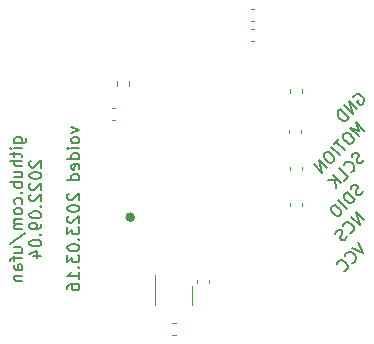
<source format=gbo>
G04 #@! TF.GenerationSoftware,KiCad,Pcbnew,7.0.7*
G04 #@! TF.CreationDate,2024-01-25T12:19:24+08:00*
G04 #@! TF.ProjectId,sensor,73656e73-6f72-42e6-9b69-6361645f7063,rev?*
G04 #@! TF.SameCoordinates,Original*
G04 #@! TF.FileFunction,Legend,Bot*
G04 #@! TF.FilePolarity,Positive*
%FSLAX46Y46*%
G04 Gerber Fmt 4.6, Leading zero omitted, Abs format (unit mm)*
G04 Created by KiCad (PCBNEW 7.0.7) date 2024-01-25 12:19:24*
%MOMM*%
%LPD*%
G01*
G04 APERTURE LIST*
%ADD10C,0.150000*%
%ADD11C,0.120000*%
%ADD12C,0.400000*%
G04 APERTURE END LIST*
D10*
X94806207Y-106937003D02*
X94099101Y-106229896D01*
X94099101Y-106229896D02*
X94368475Y-106970675D01*
X94368475Y-106970675D02*
X93627696Y-106701301D01*
X93627696Y-106701301D02*
X94334803Y-107408407D01*
X93156292Y-107172705D02*
X93021605Y-107307392D01*
X93021605Y-107307392D02*
X92987933Y-107408407D01*
X92987933Y-107408407D02*
X92987933Y-107543094D01*
X92987933Y-107543094D02*
X93088948Y-107711453D01*
X93088948Y-107711453D02*
X93324650Y-107947155D01*
X93324650Y-107947155D02*
X93493009Y-108048171D01*
X93493009Y-108048171D02*
X93627696Y-108048171D01*
X93627696Y-108048171D02*
X93728711Y-108014499D01*
X93728711Y-108014499D02*
X93863398Y-107879812D01*
X93863398Y-107879812D02*
X93897070Y-107778797D01*
X93897070Y-107778797D02*
X93897070Y-107644110D01*
X93897070Y-107644110D02*
X93796055Y-107475751D01*
X93796055Y-107475751D02*
X93560353Y-107240049D01*
X93560353Y-107240049D02*
X93391994Y-107139033D01*
X93391994Y-107139033D02*
X93257307Y-107139033D01*
X93257307Y-107139033D02*
X93156292Y-107172705D01*
X92651215Y-107677781D02*
X92247154Y-108081842D01*
X93156292Y-108586919D02*
X92449185Y-107879812D01*
X92718559Y-109024651D02*
X92011452Y-108317545D01*
X91540048Y-108788949D02*
X91405361Y-108923636D01*
X91405361Y-108923636D02*
X91371689Y-109024651D01*
X91371689Y-109024651D02*
X91371689Y-109159338D01*
X91371689Y-109159338D02*
X91472704Y-109327697D01*
X91472704Y-109327697D02*
X91708407Y-109563399D01*
X91708407Y-109563399D02*
X91876765Y-109664414D01*
X91876765Y-109664414D02*
X92011452Y-109664414D01*
X92011452Y-109664414D02*
X92112468Y-109630743D01*
X92112468Y-109630743D02*
X92247155Y-109496056D01*
X92247155Y-109496056D02*
X92280826Y-109395040D01*
X92280826Y-109395040D02*
X92280826Y-109260353D01*
X92280826Y-109260353D02*
X92179811Y-109091995D01*
X92179811Y-109091995D02*
X91944109Y-108856292D01*
X91944109Y-108856292D02*
X91775750Y-108755277D01*
X91775750Y-108755277D02*
X91641063Y-108755277D01*
X91641063Y-108755277D02*
X91540048Y-108788949D01*
X91641063Y-110102147D02*
X90933956Y-109395040D01*
X90933956Y-109395040D02*
X91237002Y-110506208D01*
X91237002Y-110506208D02*
X90529895Y-109799101D01*
X94783280Y-109392586D02*
X94715937Y-109527273D01*
X94715937Y-109527273D02*
X94547578Y-109695632D01*
X94547578Y-109695632D02*
X94446563Y-109729304D01*
X94446563Y-109729304D02*
X94379219Y-109729304D01*
X94379219Y-109729304D02*
X94278204Y-109695632D01*
X94278204Y-109695632D02*
X94210861Y-109628289D01*
X94210861Y-109628289D02*
X94177189Y-109527273D01*
X94177189Y-109527273D02*
X94177189Y-109459930D01*
X94177189Y-109459930D02*
X94210861Y-109358915D01*
X94210861Y-109358915D02*
X94311876Y-109190556D01*
X94311876Y-109190556D02*
X94345548Y-109089541D01*
X94345548Y-109089541D02*
X94345548Y-109022197D01*
X94345548Y-109022197D02*
X94311876Y-108921182D01*
X94311876Y-108921182D02*
X94244532Y-108853838D01*
X94244532Y-108853838D02*
X94143517Y-108820167D01*
X94143517Y-108820167D02*
X94076174Y-108820167D01*
X94076174Y-108820167D02*
X93975158Y-108853838D01*
X93975158Y-108853838D02*
X93806799Y-109022197D01*
X93806799Y-109022197D02*
X93739456Y-109156884D01*
X93638441Y-110470083D02*
X93705784Y-110470083D01*
X93705784Y-110470083D02*
X93840471Y-110402739D01*
X93840471Y-110402739D02*
X93907815Y-110335396D01*
X93907815Y-110335396D02*
X93975158Y-110200709D01*
X93975158Y-110200709D02*
X93975158Y-110066022D01*
X93975158Y-110066022D02*
X93941486Y-109965006D01*
X93941486Y-109965006D02*
X93840471Y-109796648D01*
X93840471Y-109796648D02*
X93739456Y-109695632D01*
X93739456Y-109695632D02*
X93571097Y-109594617D01*
X93571097Y-109594617D02*
X93470082Y-109560945D01*
X93470082Y-109560945D02*
X93335395Y-109560945D01*
X93335395Y-109560945D02*
X93200708Y-109628289D01*
X93200708Y-109628289D02*
X93133364Y-109695632D01*
X93133364Y-109695632D02*
X93066021Y-109830319D01*
X93066021Y-109830319D02*
X93066021Y-109897663D01*
X93066021Y-111177189D02*
X93402738Y-110840472D01*
X93402738Y-110840472D02*
X92695632Y-110133365D01*
X92830319Y-111412892D02*
X92123212Y-110705785D01*
X92426258Y-111816953D02*
X92325242Y-111109846D01*
X91719151Y-111109846D02*
X92527273Y-111109846D01*
X93886918Y-104109422D02*
X93920590Y-104008407D01*
X93920590Y-104008407D02*
X94021605Y-103907392D01*
X94021605Y-103907392D02*
X94156292Y-103840048D01*
X94156292Y-103840048D02*
X94290979Y-103840048D01*
X94290979Y-103840048D02*
X94391994Y-103873720D01*
X94391994Y-103873720D02*
X94560353Y-103974735D01*
X94560353Y-103974735D02*
X94661368Y-104075751D01*
X94661368Y-104075751D02*
X94762383Y-104244109D01*
X94762383Y-104244109D02*
X94796055Y-104345125D01*
X94796055Y-104345125D02*
X94796055Y-104479812D01*
X94796055Y-104479812D02*
X94728712Y-104614499D01*
X94728712Y-104614499D02*
X94661368Y-104681842D01*
X94661368Y-104681842D02*
X94526681Y-104749186D01*
X94526681Y-104749186D02*
X94459338Y-104749186D01*
X94459338Y-104749186D02*
X94223635Y-104513483D01*
X94223635Y-104513483D02*
X94358322Y-104378796D01*
X94223635Y-105119575D02*
X93516528Y-104412468D01*
X93516528Y-104412468D02*
X93819574Y-105523636D01*
X93819574Y-105523636D02*
X93112467Y-104816529D01*
X93482857Y-105860353D02*
X92775750Y-105153247D01*
X92775750Y-105153247D02*
X92607391Y-105321605D01*
X92607391Y-105321605D02*
X92540048Y-105456292D01*
X92540048Y-105456292D02*
X92540048Y-105590979D01*
X92540048Y-105590979D02*
X92573719Y-105691995D01*
X92573719Y-105691995D02*
X92674735Y-105860353D01*
X92674735Y-105860353D02*
X92775750Y-105961369D01*
X92775750Y-105961369D02*
X92944109Y-106062384D01*
X92944109Y-106062384D02*
X93045124Y-106096056D01*
X93045124Y-106096056D02*
X93179811Y-106096056D01*
X93179811Y-106096056D02*
X93314498Y-106028712D01*
X93314498Y-106028712D02*
X93482857Y-105860353D01*
X94813907Y-114529304D02*
X94106800Y-113822197D01*
X94106800Y-113822197D02*
X94409846Y-114933365D01*
X94409846Y-114933365D02*
X93702739Y-114226258D01*
X93601724Y-115606800D02*
X93669067Y-115606800D01*
X93669067Y-115606800D02*
X93803754Y-115539456D01*
X93803754Y-115539456D02*
X93871098Y-115472113D01*
X93871098Y-115472113D02*
X93938441Y-115337426D01*
X93938441Y-115337426D02*
X93938441Y-115202739D01*
X93938441Y-115202739D02*
X93904769Y-115101723D01*
X93904769Y-115101723D02*
X93803754Y-114933365D01*
X93803754Y-114933365D02*
X93702739Y-114832349D01*
X93702739Y-114832349D02*
X93534380Y-114731334D01*
X93534380Y-114731334D02*
X93433365Y-114697662D01*
X93433365Y-114697662D02*
X93298678Y-114697662D01*
X93298678Y-114697662D02*
X93163991Y-114765006D01*
X93163991Y-114765006D02*
X93096647Y-114832349D01*
X93096647Y-114832349D02*
X93029304Y-114967036D01*
X93029304Y-114967036D02*
X93029304Y-115034380D01*
X93366021Y-115909845D02*
X93298678Y-116044533D01*
X93298678Y-116044533D02*
X93130319Y-116212891D01*
X93130319Y-116212891D02*
X93029304Y-116246563D01*
X93029304Y-116246563D02*
X92961960Y-116246563D01*
X92961960Y-116246563D02*
X92860945Y-116212891D01*
X92860945Y-116212891D02*
X92793601Y-116145548D01*
X92793601Y-116145548D02*
X92759930Y-116044533D01*
X92759930Y-116044533D02*
X92759930Y-115977189D01*
X92759930Y-115977189D02*
X92793601Y-115876174D01*
X92793601Y-115876174D02*
X92894617Y-115707815D01*
X92894617Y-115707815D02*
X92928288Y-115606800D01*
X92928288Y-115606800D02*
X92928288Y-115539456D01*
X92928288Y-115539456D02*
X92894617Y-115438441D01*
X92894617Y-115438441D02*
X92827273Y-115371097D01*
X92827273Y-115371097D02*
X92726258Y-115337426D01*
X92726258Y-115337426D02*
X92658914Y-115337426D01*
X92658914Y-115337426D02*
X92557899Y-115371097D01*
X92557899Y-115371097D02*
X92389540Y-115539456D01*
X92389540Y-115539456D02*
X92322197Y-115674143D01*
X65173152Y-107980952D02*
X65982676Y-107980952D01*
X65982676Y-107980952D02*
X66077914Y-107933333D01*
X66077914Y-107933333D02*
X66125533Y-107885714D01*
X66125533Y-107885714D02*
X66173152Y-107790476D01*
X66173152Y-107790476D02*
X66173152Y-107647619D01*
X66173152Y-107647619D02*
X66125533Y-107552381D01*
X65792200Y-107980952D02*
X65839819Y-107885714D01*
X65839819Y-107885714D02*
X65839819Y-107695238D01*
X65839819Y-107695238D02*
X65792200Y-107600000D01*
X65792200Y-107600000D02*
X65744580Y-107552381D01*
X65744580Y-107552381D02*
X65649342Y-107504762D01*
X65649342Y-107504762D02*
X65363628Y-107504762D01*
X65363628Y-107504762D02*
X65268390Y-107552381D01*
X65268390Y-107552381D02*
X65220771Y-107600000D01*
X65220771Y-107600000D02*
X65173152Y-107695238D01*
X65173152Y-107695238D02*
X65173152Y-107885714D01*
X65173152Y-107885714D02*
X65220771Y-107980952D01*
X65839819Y-108457143D02*
X65173152Y-108457143D01*
X64839819Y-108457143D02*
X64887438Y-108409524D01*
X64887438Y-108409524D02*
X64935057Y-108457143D01*
X64935057Y-108457143D02*
X64887438Y-108504762D01*
X64887438Y-108504762D02*
X64839819Y-108457143D01*
X64839819Y-108457143D02*
X64935057Y-108457143D01*
X65173152Y-108790476D02*
X65173152Y-109171428D01*
X64839819Y-108933333D02*
X65696961Y-108933333D01*
X65696961Y-108933333D02*
X65792200Y-108980952D01*
X65792200Y-108980952D02*
X65839819Y-109076190D01*
X65839819Y-109076190D02*
X65839819Y-109171428D01*
X65839819Y-109504762D02*
X64839819Y-109504762D01*
X65839819Y-109933333D02*
X65316009Y-109933333D01*
X65316009Y-109933333D02*
X65220771Y-109885714D01*
X65220771Y-109885714D02*
X65173152Y-109790476D01*
X65173152Y-109790476D02*
X65173152Y-109647619D01*
X65173152Y-109647619D02*
X65220771Y-109552381D01*
X65220771Y-109552381D02*
X65268390Y-109504762D01*
X65173152Y-110838095D02*
X65839819Y-110838095D01*
X65173152Y-110409524D02*
X65696961Y-110409524D01*
X65696961Y-110409524D02*
X65792200Y-110457143D01*
X65792200Y-110457143D02*
X65839819Y-110552381D01*
X65839819Y-110552381D02*
X65839819Y-110695238D01*
X65839819Y-110695238D02*
X65792200Y-110790476D01*
X65792200Y-110790476D02*
X65744580Y-110838095D01*
X65839819Y-111314286D02*
X64839819Y-111314286D01*
X65220771Y-111314286D02*
X65173152Y-111409524D01*
X65173152Y-111409524D02*
X65173152Y-111600000D01*
X65173152Y-111600000D02*
X65220771Y-111695238D01*
X65220771Y-111695238D02*
X65268390Y-111742857D01*
X65268390Y-111742857D02*
X65363628Y-111790476D01*
X65363628Y-111790476D02*
X65649342Y-111790476D01*
X65649342Y-111790476D02*
X65744580Y-111742857D01*
X65744580Y-111742857D02*
X65792200Y-111695238D01*
X65792200Y-111695238D02*
X65839819Y-111600000D01*
X65839819Y-111600000D02*
X65839819Y-111409524D01*
X65839819Y-111409524D02*
X65792200Y-111314286D01*
X65744580Y-112219048D02*
X65792200Y-112266667D01*
X65792200Y-112266667D02*
X65839819Y-112219048D01*
X65839819Y-112219048D02*
X65792200Y-112171429D01*
X65792200Y-112171429D02*
X65744580Y-112219048D01*
X65744580Y-112219048D02*
X65839819Y-112219048D01*
X65792200Y-113123809D02*
X65839819Y-113028571D01*
X65839819Y-113028571D02*
X65839819Y-112838095D01*
X65839819Y-112838095D02*
X65792200Y-112742857D01*
X65792200Y-112742857D02*
X65744580Y-112695238D01*
X65744580Y-112695238D02*
X65649342Y-112647619D01*
X65649342Y-112647619D02*
X65363628Y-112647619D01*
X65363628Y-112647619D02*
X65268390Y-112695238D01*
X65268390Y-112695238D02*
X65220771Y-112742857D01*
X65220771Y-112742857D02*
X65173152Y-112838095D01*
X65173152Y-112838095D02*
X65173152Y-113028571D01*
X65173152Y-113028571D02*
X65220771Y-113123809D01*
X65839819Y-113695238D02*
X65792200Y-113600000D01*
X65792200Y-113600000D02*
X65744580Y-113552381D01*
X65744580Y-113552381D02*
X65649342Y-113504762D01*
X65649342Y-113504762D02*
X65363628Y-113504762D01*
X65363628Y-113504762D02*
X65268390Y-113552381D01*
X65268390Y-113552381D02*
X65220771Y-113600000D01*
X65220771Y-113600000D02*
X65173152Y-113695238D01*
X65173152Y-113695238D02*
X65173152Y-113838095D01*
X65173152Y-113838095D02*
X65220771Y-113933333D01*
X65220771Y-113933333D02*
X65268390Y-113980952D01*
X65268390Y-113980952D02*
X65363628Y-114028571D01*
X65363628Y-114028571D02*
X65649342Y-114028571D01*
X65649342Y-114028571D02*
X65744580Y-113980952D01*
X65744580Y-113980952D02*
X65792200Y-113933333D01*
X65792200Y-113933333D02*
X65839819Y-113838095D01*
X65839819Y-113838095D02*
X65839819Y-113695238D01*
X65839819Y-114457143D02*
X65173152Y-114457143D01*
X65268390Y-114457143D02*
X65220771Y-114504762D01*
X65220771Y-114504762D02*
X65173152Y-114600000D01*
X65173152Y-114600000D02*
X65173152Y-114742857D01*
X65173152Y-114742857D02*
X65220771Y-114838095D01*
X65220771Y-114838095D02*
X65316009Y-114885714D01*
X65316009Y-114885714D02*
X65839819Y-114885714D01*
X65316009Y-114885714D02*
X65220771Y-114933333D01*
X65220771Y-114933333D02*
X65173152Y-115028571D01*
X65173152Y-115028571D02*
X65173152Y-115171428D01*
X65173152Y-115171428D02*
X65220771Y-115266667D01*
X65220771Y-115266667D02*
X65316009Y-115314286D01*
X65316009Y-115314286D02*
X65839819Y-115314286D01*
X64792200Y-116504761D02*
X66077914Y-115647619D01*
X65173152Y-117266666D02*
X65839819Y-117266666D01*
X65173152Y-116838095D02*
X65696961Y-116838095D01*
X65696961Y-116838095D02*
X65792200Y-116885714D01*
X65792200Y-116885714D02*
X65839819Y-116980952D01*
X65839819Y-116980952D02*
X65839819Y-117123809D01*
X65839819Y-117123809D02*
X65792200Y-117219047D01*
X65792200Y-117219047D02*
X65744580Y-117266666D01*
X65173152Y-117600000D02*
X65173152Y-117980952D01*
X65839819Y-117742857D02*
X64982676Y-117742857D01*
X64982676Y-117742857D02*
X64887438Y-117790476D01*
X64887438Y-117790476D02*
X64839819Y-117885714D01*
X64839819Y-117885714D02*
X64839819Y-117980952D01*
X65839819Y-118742857D02*
X65316009Y-118742857D01*
X65316009Y-118742857D02*
X65220771Y-118695238D01*
X65220771Y-118695238D02*
X65173152Y-118600000D01*
X65173152Y-118600000D02*
X65173152Y-118409524D01*
X65173152Y-118409524D02*
X65220771Y-118314286D01*
X65792200Y-118742857D02*
X65839819Y-118647619D01*
X65839819Y-118647619D02*
X65839819Y-118409524D01*
X65839819Y-118409524D02*
X65792200Y-118314286D01*
X65792200Y-118314286D02*
X65696961Y-118266667D01*
X65696961Y-118266667D02*
X65601723Y-118266667D01*
X65601723Y-118266667D02*
X65506485Y-118314286D01*
X65506485Y-118314286D02*
X65458866Y-118409524D01*
X65458866Y-118409524D02*
X65458866Y-118647619D01*
X65458866Y-118647619D02*
X65411247Y-118742857D01*
X65173152Y-119219048D02*
X65839819Y-119219048D01*
X65268390Y-119219048D02*
X65220771Y-119266667D01*
X65220771Y-119266667D02*
X65173152Y-119361905D01*
X65173152Y-119361905D02*
X65173152Y-119504762D01*
X65173152Y-119504762D02*
X65220771Y-119600000D01*
X65220771Y-119600000D02*
X65316009Y-119647619D01*
X65316009Y-119647619D02*
X65839819Y-119647619D01*
X66545057Y-109504762D02*
X66497438Y-109552381D01*
X66497438Y-109552381D02*
X66449819Y-109647619D01*
X66449819Y-109647619D02*
X66449819Y-109885714D01*
X66449819Y-109885714D02*
X66497438Y-109980952D01*
X66497438Y-109980952D02*
X66545057Y-110028571D01*
X66545057Y-110028571D02*
X66640295Y-110076190D01*
X66640295Y-110076190D02*
X66735533Y-110076190D01*
X66735533Y-110076190D02*
X66878390Y-110028571D01*
X66878390Y-110028571D02*
X67449819Y-109457143D01*
X67449819Y-109457143D02*
X67449819Y-110076190D01*
X66449819Y-110695238D02*
X66449819Y-110790476D01*
X66449819Y-110790476D02*
X66497438Y-110885714D01*
X66497438Y-110885714D02*
X66545057Y-110933333D01*
X66545057Y-110933333D02*
X66640295Y-110980952D01*
X66640295Y-110980952D02*
X66830771Y-111028571D01*
X66830771Y-111028571D02*
X67068866Y-111028571D01*
X67068866Y-111028571D02*
X67259342Y-110980952D01*
X67259342Y-110980952D02*
X67354580Y-110933333D01*
X67354580Y-110933333D02*
X67402200Y-110885714D01*
X67402200Y-110885714D02*
X67449819Y-110790476D01*
X67449819Y-110790476D02*
X67449819Y-110695238D01*
X67449819Y-110695238D02*
X67402200Y-110600000D01*
X67402200Y-110600000D02*
X67354580Y-110552381D01*
X67354580Y-110552381D02*
X67259342Y-110504762D01*
X67259342Y-110504762D02*
X67068866Y-110457143D01*
X67068866Y-110457143D02*
X66830771Y-110457143D01*
X66830771Y-110457143D02*
X66640295Y-110504762D01*
X66640295Y-110504762D02*
X66545057Y-110552381D01*
X66545057Y-110552381D02*
X66497438Y-110600000D01*
X66497438Y-110600000D02*
X66449819Y-110695238D01*
X66545057Y-111409524D02*
X66497438Y-111457143D01*
X66497438Y-111457143D02*
X66449819Y-111552381D01*
X66449819Y-111552381D02*
X66449819Y-111790476D01*
X66449819Y-111790476D02*
X66497438Y-111885714D01*
X66497438Y-111885714D02*
X66545057Y-111933333D01*
X66545057Y-111933333D02*
X66640295Y-111980952D01*
X66640295Y-111980952D02*
X66735533Y-111980952D01*
X66735533Y-111980952D02*
X66878390Y-111933333D01*
X66878390Y-111933333D02*
X67449819Y-111361905D01*
X67449819Y-111361905D02*
X67449819Y-111980952D01*
X66545057Y-112361905D02*
X66497438Y-112409524D01*
X66497438Y-112409524D02*
X66449819Y-112504762D01*
X66449819Y-112504762D02*
X66449819Y-112742857D01*
X66449819Y-112742857D02*
X66497438Y-112838095D01*
X66497438Y-112838095D02*
X66545057Y-112885714D01*
X66545057Y-112885714D02*
X66640295Y-112933333D01*
X66640295Y-112933333D02*
X66735533Y-112933333D01*
X66735533Y-112933333D02*
X66878390Y-112885714D01*
X66878390Y-112885714D02*
X67449819Y-112314286D01*
X67449819Y-112314286D02*
X67449819Y-112933333D01*
X67354580Y-113361905D02*
X67402200Y-113409524D01*
X67402200Y-113409524D02*
X67449819Y-113361905D01*
X67449819Y-113361905D02*
X67402200Y-113314286D01*
X67402200Y-113314286D02*
X67354580Y-113361905D01*
X67354580Y-113361905D02*
X67449819Y-113361905D01*
X66449819Y-114028571D02*
X66449819Y-114123809D01*
X66449819Y-114123809D02*
X66497438Y-114219047D01*
X66497438Y-114219047D02*
X66545057Y-114266666D01*
X66545057Y-114266666D02*
X66640295Y-114314285D01*
X66640295Y-114314285D02*
X66830771Y-114361904D01*
X66830771Y-114361904D02*
X67068866Y-114361904D01*
X67068866Y-114361904D02*
X67259342Y-114314285D01*
X67259342Y-114314285D02*
X67354580Y-114266666D01*
X67354580Y-114266666D02*
X67402200Y-114219047D01*
X67402200Y-114219047D02*
X67449819Y-114123809D01*
X67449819Y-114123809D02*
X67449819Y-114028571D01*
X67449819Y-114028571D02*
X67402200Y-113933333D01*
X67402200Y-113933333D02*
X67354580Y-113885714D01*
X67354580Y-113885714D02*
X67259342Y-113838095D01*
X67259342Y-113838095D02*
X67068866Y-113790476D01*
X67068866Y-113790476D02*
X66830771Y-113790476D01*
X66830771Y-113790476D02*
X66640295Y-113838095D01*
X66640295Y-113838095D02*
X66545057Y-113885714D01*
X66545057Y-113885714D02*
X66497438Y-113933333D01*
X66497438Y-113933333D02*
X66449819Y-114028571D01*
X67449819Y-114838095D02*
X67449819Y-115028571D01*
X67449819Y-115028571D02*
X67402200Y-115123809D01*
X67402200Y-115123809D02*
X67354580Y-115171428D01*
X67354580Y-115171428D02*
X67211723Y-115266666D01*
X67211723Y-115266666D02*
X67021247Y-115314285D01*
X67021247Y-115314285D02*
X66640295Y-115314285D01*
X66640295Y-115314285D02*
X66545057Y-115266666D01*
X66545057Y-115266666D02*
X66497438Y-115219047D01*
X66497438Y-115219047D02*
X66449819Y-115123809D01*
X66449819Y-115123809D02*
X66449819Y-114933333D01*
X66449819Y-114933333D02*
X66497438Y-114838095D01*
X66497438Y-114838095D02*
X66545057Y-114790476D01*
X66545057Y-114790476D02*
X66640295Y-114742857D01*
X66640295Y-114742857D02*
X66878390Y-114742857D01*
X66878390Y-114742857D02*
X66973628Y-114790476D01*
X66973628Y-114790476D02*
X67021247Y-114838095D01*
X67021247Y-114838095D02*
X67068866Y-114933333D01*
X67068866Y-114933333D02*
X67068866Y-115123809D01*
X67068866Y-115123809D02*
X67021247Y-115219047D01*
X67021247Y-115219047D02*
X66973628Y-115266666D01*
X66973628Y-115266666D02*
X66878390Y-115314285D01*
X67354580Y-115742857D02*
X67402200Y-115790476D01*
X67402200Y-115790476D02*
X67449819Y-115742857D01*
X67449819Y-115742857D02*
X67402200Y-115695238D01*
X67402200Y-115695238D02*
X67354580Y-115742857D01*
X67354580Y-115742857D02*
X67449819Y-115742857D01*
X66449819Y-116409523D02*
X66449819Y-116504761D01*
X66449819Y-116504761D02*
X66497438Y-116599999D01*
X66497438Y-116599999D02*
X66545057Y-116647618D01*
X66545057Y-116647618D02*
X66640295Y-116695237D01*
X66640295Y-116695237D02*
X66830771Y-116742856D01*
X66830771Y-116742856D02*
X67068866Y-116742856D01*
X67068866Y-116742856D02*
X67259342Y-116695237D01*
X67259342Y-116695237D02*
X67354580Y-116647618D01*
X67354580Y-116647618D02*
X67402200Y-116599999D01*
X67402200Y-116599999D02*
X67449819Y-116504761D01*
X67449819Y-116504761D02*
X67449819Y-116409523D01*
X67449819Y-116409523D02*
X67402200Y-116314285D01*
X67402200Y-116314285D02*
X67354580Y-116266666D01*
X67354580Y-116266666D02*
X67259342Y-116219047D01*
X67259342Y-116219047D02*
X67068866Y-116171428D01*
X67068866Y-116171428D02*
X66830771Y-116171428D01*
X66830771Y-116171428D02*
X66640295Y-116219047D01*
X66640295Y-116219047D02*
X66545057Y-116266666D01*
X66545057Y-116266666D02*
X66497438Y-116314285D01*
X66497438Y-116314285D02*
X66449819Y-116409523D01*
X66783152Y-117599999D02*
X67449819Y-117599999D01*
X66402200Y-117361904D02*
X67116485Y-117123809D01*
X67116485Y-117123809D02*
X67116485Y-117742856D01*
X70003152Y-106671429D02*
X70669819Y-106909524D01*
X70669819Y-106909524D02*
X70003152Y-107147619D01*
X70669819Y-107671429D02*
X70622200Y-107576191D01*
X70622200Y-107576191D02*
X70574580Y-107528572D01*
X70574580Y-107528572D02*
X70479342Y-107480953D01*
X70479342Y-107480953D02*
X70193628Y-107480953D01*
X70193628Y-107480953D02*
X70098390Y-107528572D01*
X70098390Y-107528572D02*
X70050771Y-107576191D01*
X70050771Y-107576191D02*
X70003152Y-107671429D01*
X70003152Y-107671429D02*
X70003152Y-107814286D01*
X70003152Y-107814286D02*
X70050771Y-107909524D01*
X70050771Y-107909524D02*
X70098390Y-107957143D01*
X70098390Y-107957143D02*
X70193628Y-108004762D01*
X70193628Y-108004762D02*
X70479342Y-108004762D01*
X70479342Y-108004762D02*
X70574580Y-107957143D01*
X70574580Y-107957143D02*
X70622200Y-107909524D01*
X70622200Y-107909524D02*
X70669819Y-107814286D01*
X70669819Y-107814286D02*
X70669819Y-107671429D01*
X70669819Y-108433334D02*
X70003152Y-108433334D01*
X69669819Y-108433334D02*
X69717438Y-108385715D01*
X69717438Y-108385715D02*
X69765057Y-108433334D01*
X69765057Y-108433334D02*
X69717438Y-108480953D01*
X69717438Y-108480953D02*
X69669819Y-108433334D01*
X69669819Y-108433334D02*
X69765057Y-108433334D01*
X70669819Y-109338095D02*
X69669819Y-109338095D01*
X70622200Y-109338095D02*
X70669819Y-109242857D01*
X70669819Y-109242857D02*
X70669819Y-109052381D01*
X70669819Y-109052381D02*
X70622200Y-108957143D01*
X70622200Y-108957143D02*
X70574580Y-108909524D01*
X70574580Y-108909524D02*
X70479342Y-108861905D01*
X70479342Y-108861905D02*
X70193628Y-108861905D01*
X70193628Y-108861905D02*
X70098390Y-108909524D01*
X70098390Y-108909524D02*
X70050771Y-108957143D01*
X70050771Y-108957143D02*
X70003152Y-109052381D01*
X70003152Y-109052381D02*
X70003152Y-109242857D01*
X70003152Y-109242857D02*
X70050771Y-109338095D01*
X70622200Y-110195238D02*
X70669819Y-110100000D01*
X70669819Y-110100000D02*
X70669819Y-109909524D01*
X70669819Y-109909524D02*
X70622200Y-109814286D01*
X70622200Y-109814286D02*
X70526961Y-109766667D01*
X70526961Y-109766667D02*
X70146009Y-109766667D01*
X70146009Y-109766667D02*
X70050771Y-109814286D01*
X70050771Y-109814286D02*
X70003152Y-109909524D01*
X70003152Y-109909524D02*
X70003152Y-110100000D01*
X70003152Y-110100000D02*
X70050771Y-110195238D01*
X70050771Y-110195238D02*
X70146009Y-110242857D01*
X70146009Y-110242857D02*
X70241247Y-110242857D01*
X70241247Y-110242857D02*
X70336485Y-109766667D01*
X70669819Y-111100000D02*
X69669819Y-111100000D01*
X70622200Y-111100000D02*
X70669819Y-111004762D01*
X70669819Y-111004762D02*
X70669819Y-110814286D01*
X70669819Y-110814286D02*
X70622200Y-110719048D01*
X70622200Y-110719048D02*
X70574580Y-110671429D01*
X70574580Y-110671429D02*
X70479342Y-110623810D01*
X70479342Y-110623810D02*
X70193628Y-110623810D01*
X70193628Y-110623810D02*
X70098390Y-110671429D01*
X70098390Y-110671429D02*
X70050771Y-110719048D01*
X70050771Y-110719048D02*
X70003152Y-110814286D01*
X70003152Y-110814286D02*
X70003152Y-111004762D01*
X70003152Y-111004762D02*
X70050771Y-111100000D01*
X69765057Y-112290477D02*
X69717438Y-112338096D01*
X69717438Y-112338096D02*
X69669819Y-112433334D01*
X69669819Y-112433334D02*
X69669819Y-112671429D01*
X69669819Y-112671429D02*
X69717438Y-112766667D01*
X69717438Y-112766667D02*
X69765057Y-112814286D01*
X69765057Y-112814286D02*
X69860295Y-112861905D01*
X69860295Y-112861905D02*
X69955533Y-112861905D01*
X69955533Y-112861905D02*
X70098390Y-112814286D01*
X70098390Y-112814286D02*
X70669819Y-112242858D01*
X70669819Y-112242858D02*
X70669819Y-112861905D01*
X69669819Y-113480953D02*
X69669819Y-113576191D01*
X69669819Y-113576191D02*
X69717438Y-113671429D01*
X69717438Y-113671429D02*
X69765057Y-113719048D01*
X69765057Y-113719048D02*
X69860295Y-113766667D01*
X69860295Y-113766667D02*
X70050771Y-113814286D01*
X70050771Y-113814286D02*
X70288866Y-113814286D01*
X70288866Y-113814286D02*
X70479342Y-113766667D01*
X70479342Y-113766667D02*
X70574580Y-113719048D01*
X70574580Y-113719048D02*
X70622200Y-113671429D01*
X70622200Y-113671429D02*
X70669819Y-113576191D01*
X70669819Y-113576191D02*
X70669819Y-113480953D01*
X70669819Y-113480953D02*
X70622200Y-113385715D01*
X70622200Y-113385715D02*
X70574580Y-113338096D01*
X70574580Y-113338096D02*
X70479342Y-113290477D01*
X70479342Y-113290477D02*
X70288866Y-113242858D01*
X70288866Y-113242858D02*
X70050771Y-113242858D01*
X70050771Y-113242858D02*
X69860295Y-113290477D01*
X69860295Y-113290477D02*
X69765057Y-113338096D01*
X69765057Y-113338096D02*
X69717438Y-113385715D01*
X69717438Y-113385715D02*
X69669819Y-113480953D01*
X69765057Y-114195239D02*
X69717438Y-114242858D01*
X69717438Y-114242858D02*
X69669819Y-114338096D01*
X69669819Y-114338096D02*
X69669819Y-114576191D01*
X69669819Y-114576191D02*
X69717438Y-114671429D01*
X69717438Y-114671429D02*
X69765057Y-114719048D01*
X69765057Y-114719048D02*
X69860295Y-114766667D01*
X69860295Y-114766667D02*
X69955533Y-114766667D01*
X69955533Y-114766667D02*
X70098390Y-114719048D01*
X70098390Y-114719048D02*
X70669819Y-114147620D01*
X70669819Y-114147620D02*
X70669819Y-114766667D01*
X69669819Y-115100001D02*
X69669819Y-115719048D01*
X69669819Y-115719048D02*
X70050771Y-115385715D01*
X70050771Y-115385715D02*
X70050771Y-115528572D01*
X70050771Y-115528572D02*
X70098390Y-115623810D01*
X70098390Y-115623810D02*
X70146009Y-115671429D01*
X70146009Y-115671429D02*
X70241247Y-115719048D01*
X70241247Y-115719048D02*
X70479342Y-115719048D01*
X70479342Y-115719048D02*
X70574580Y-115671429D01*
X70574580Y-115671429D02*
X70622200Y-115623810D01*
X70622200Y-115623810D02*
X70669819Y-115528572D01*
X70669819Y-115528572D02*
X70669819Y-115242858D01*
X70669819Y-115242858D02*
X70622200Y-115147620D01*
X70622200Y-115147620D02*
X70574580Y-115100001D01*
X70574580Y-116147620D02*
X70622200Y-116195239D01*
X70622200Y-116195239D02*
X70669819Y-116147620D01*
X70669819Y-116147620D02*
X70622200Y-116100001D01*
X70622200Y-116100001D02*
X70574580Y-116147620D01*
X70574580Y-116147620D02*
X70669819Y-116147620D01*
X69669819Y-116814286D02*
X69669819Y-116909524D01*
X69669819Y-116909524D02*
X69717438Y-117004762D01*
X69717438Y-117004762D02*
X69765057Y-117052381D01*
X69765057Y-117052381D02*
X69860295Y-117100000D01*
X69860295Y-117100000D02*
X70050771Y-117147619D01*
X70050771Y-117147619D02*
X70288866Y-117147619D01*
X70288866Y-117147619D02*
X70479342Y-117100000D01*
X70479342Y-117100000D02*
X70574580Y-117052381D01*
X70574580Y-117052381D02*
X70622200Y-117004762D01*
X70622200Y-117004762D02*
X70669819Y-116909524D01*
X70669819Y-116909524D02*
X70669819Y-116814286D01*
X70669819Y-116814286D02*
X70622200Y-116719048D01*
X70622200Y-116719048D02*
X70574580Y-116671429D01*
X70574580Y-116671429D02*
X70479342Y-116623810D01*
X70479342Y-116623810D02*
X70288866Y-116576191D01*
X70288866Y-116576191D02*
X70050771Y-116576191D01*
X70050771Y-116576191D02*
X69860295Y-116623810D01*
X69860295Y-116623810D02*
X69765057Y-116671429D01*
X69765057Y-116671429D02*
X69717438Y-116719048D01*
X69717438Y-116719048D02*
X69669819Y-116814286D01*
X69669819Y-117480953D02*
X69669819Y-118100000D01*
X69669819Y-118100000D02*
X70050771Y-117766667D01*
X70050771Y-117766667D02*
X70050771Y-117909524D01*
X70050771Y-117909524D02*
X70098390Y-118004762D01*
X70098390Y-118004762D02*
X70146009Y-118052381D01*
X70146009Y-118052381D02*
X70241247Y-118100000D01*
X70241247Y-118100000D02*
X70479342Y-118100000D01*
X70479342Y-118100000D02*
X70574580Y-118052381D01*
X70574580Y-118052381D02*
X70622200Y-118004762D01*
X70622200Y-118004762D02*
X70669819Y-117909524D01*
X70669819Y-117909524D02*
X70669819Y-117623810D01*
X70669819Y-117623810D02*
X70622200Y-117528572D01*
X70622200Y-117528572D02*
X70574580Y-117480953D01*
X70574580Y-118528572D02*
X70622200Y-118576191D01*
X70622200Y-118576191D02*
X70669819Y-118528572D01*
X70669819Y-118528572D02*
X70622200Y-118480953D01*
X70622200Y-118480953D02*
X70574580Y-118528572D01*
X70574580Y-118528572D02*
X70669819Y-118528572D01*
X70669819Y-119528571D02*
X70669819Y-118957143D01*
X70669819Y-119242857D02*
X69669819Y-119242857D01*
X69669819Y-119242857D02*
X69812676Y-119147619D01*
X69812676Y-119147619D02*
X69907914Y-119052381D01*
X69907914Y-119052381D02*
X69955533Y-118957143D01*
X69669819Y-120385714D02*
X69669819Y-120195238D01*
X69669819Y-120195238D02*
X69717438Y-120100000D01*
X69717438Y-120100000D02*
X69765057Y-120052381D01*
X69765057Y-120052381D02*
X69907914Y-119957143D01*
X69907914Y-119957143D02*
X70098390Y-119909524D01*
X70098390Y-119909524D02*
X70479342Y-119909524D01*
X70479342Y-119909524D02*
X70574580Y-119957143D01*
X70574580Y-119957143D02*
X70622200Y-120004762D01*
X70622200Y-120004762D02*
X70669819Y-120100000D01*
X70669819Y-120100000D02*
X70669819Y-120290476D01*
X70669819Y-120290476D02*
X70622200Y-120385714D01*
X70622200Y-120385714D02*
X70574580Y-120433333D01*
X70574580Y-120433333D02*
X70479342Y-120480952D01*
X70479342Y-120480952D02*
X70241247Y-120480952D01*
X70241247Y-120480952D02*
X70146009Y-120433333D01*
X70146009Y-120433333D02*
X70098390Y-120385714D01*
X70098390Y-120385714D02*
X70050771Y-120290476D01*
X70050771Y-120290476D02*
X70050771Y-120100000D01*
X70050771Y-120100000D02*
X70098390Y-120004762D01*
X70098390Y-120004762D02*
X70146009Y-119957143D01*
X70146009Y-119957143D02*
X70241247Y-119909524D01*
X94682265Y-112093602D02*
X94614922Y-112228289D01*
X94614922Y-112228289D02*
X94446563Y-112396647D01*
X94446563Y-112396647D02*
X94345548Y-112430319D01*
X94345548Y-112430319D02*
X94278204Y-112430319D01*
X94278204Y-112430319D02*
X94177189Y-112396647D01*
X94177189Y-112396647D02*
X94109845Y-112329304D01*
X94109845Y-112329304D02*
X94076174Y-112228289D01*
X94076174Y-112228289D02*
X94076174Y-112160945D01*
X94076174Y-112160945D02*
X94109845Y-112059930D01*
X94109845Y-112059930D02*
X94210861Y-111891571D01*
X94210861Y-111891571D02*
X94244532Y-111790556D01*
X94244532Y-111790556D02*
X94244532Y-111723212D01*
X94244532Y-111723212D02*
X94210861Y-111622197D01*
X94210861Y-111622197D02*
X94143517Y-111554854D01*
X94143517Y-111554854D02*
X94042502Y-111521182D01*
X94042502Y-111521182D02*
X93975158Y-111521182D01*
X93975158Y-111521182D02*
X93874143Y-111554854D01*
X93874143Y-111554854D02*
X93705784Y-111723212D01*
X93705784Y-111723212D02*
X93638441Y-111857899D01*
X94008830Y-112834380D02*
X93301723Y-112127273D01*
X93301723Y-112127273D02*
X93133365Y-112295632D01*
X93133365Y-112295632D02*
X93066021Y-112430319D01*
X93066021Y-112430319D02*
X93066021Y-112565006D01*
X93066021Y-112565006D02*
X93099693Y-112666021D01*
X93099693Y-112666021D02*
X93200708Y-112834380D01*
X93200708Y-112834380D02*
X93301723Y-112935395D01*
X93301723Y-112935395D02*
X93470082Y-113036411D01*
X93470082Y-113036411D02*
X93571097Y-113070082D01*
X93571097Y-113070082D02*
X93705784Y-113070082D01*
X93705784Y-113070082D02*
X93840471Y-113002739D01*
X93840471Y-113002739D02*
X94008830Y-112834380D01*
X93301723Y-113541487D02*
X92594617Y-112834380D01*
X92123212Y-113305784D02*
X91988525Y-113440471D01*
X91988525Y-113440471D02*
X91954854Y-113541487D01*
X91954854Y-113541487D02*
X91954854Y-113676174D01*
X91954854Y-113676174D02*
X92055869Y-113844532D01*
X92055869Y-113844532D02*
X92291571Y-114080235D01*
X92291571Y-114080235D02*
X92459930Y-114181250D01*
X92459930Y-114181250D02*
X92594617Y-114181250D01*
X92594617Y-114181250D02*
X92695632Y-114147578D01*
X92695632Y-114147578D02*
X92830319Y-114012891D01*
X92830319Y-114012891D02*
X92863991Y-113911876D01*
X92863991Y-113911876D02*
X92863991Y-113777189D01*
X92863991Y-113777189D02*
X92762976Y-113608830D01*
X92762976Y-113608830D02*
X92527273Y-113373128D01*
X92527273Y-113373128D02*
X92358915Y-113272113D01*
X92358915Y-113272113D02*
X92224228Y-113272113D01*
X92224228Y-113272113D02*
X92123212Y-113305784D01*
X94257307Y-116371690D02*
X94728712Y-117314499D01*
X94728712Y-117314499D02*
X93785903Y-116843094D01*
X93785902Y-118122621D02*
X93853246Y-118122621D01*
X93853246Y-118122621D02*
X93987933Y-118055277D01*
X93987933Y-118055277D02*
X94055276Y-117987934D01*
X94055276Y-117987934D02*
X94122620Y-117853247D01*
X94122620Y-117853247D02*
X94122620Y-117718560D01*
X94122620Y-117718560D02*
X94088948Y-117617545D01*
X94088948Y-117617545D02*
X93987933Y-117449186D01*
X93987933Y-117449186D02*
X93886918Y-117348171D01*
X93886918Y-117348171D02*
X93718559Y-117247155D01*
X93718559Y-117247155D02*
X93617544Y-117213484D01*
X93617544Y-117213484D02*
X93482857Y-117213484D01*
X93482857Y-117213484D02*
X93348170Y-117280827D01*
X93348170Y-117280827D02*
X93280826Y-117348171D01*
X93280826Y-117348171D02*
X93213483Y-117482858D01*
X93213483Y-117482858D02*
X93213483Y-117550201D01*
X93078796Y-118829728D02*
X93146139Y-118829728D01*
X93146139Y-118829728D02*
X93280826Y-118762384D01*
X93280826Y-118762384D02*
X93348170Y-118695041D01*
X93348170Y-118695041D02*
X93415513Y-118560354D01*
X93415513Y-118560354D02*
X93415513Y-118425667D01*
X93415513Y-118425667D02*
X93381841Y-118324651D01*
X93381841Y-118324651D02*
X93280826Y-118156293D01*
X93280826Y-118156293D02*
X93179811Y-118055277D01*
X93179811Y-118055277D02*
X93011452Y-117954262D01*
X93011452Y-117954262D02*
X92910437Y-117920590D01*
X92910437Y-117920590D02*
X92775750Y-117920590D01*
X92775750Y-117920590D02*
X92641063Y-117987934D01*
X92641063Y-117987934D02*
X92573719Y-118055277D01*
X92573719Y-118055277D02*
X92506376Y-118189964D01*
X92506376Y-118189964D02*
X92506376Y-118257308D01*
D11*
X80234000Y-120937500D02*
X80234000Y-120137500D01*
X80234000Y-120937500D02*
X80234000Y-121737500D01*
X77114000Y-120937500D02*
X77114000Y-119137500D01*
X77114000Y-120937500D02*
X77114000Y-121737500D01*
X89514000Y-113049420D02*
X89514000Y-113330580D01*
X88494000Y-113049420D02*
X88494000Y-113330580D01*
X88484000Y-110305580D02*
X88484000Y-110024420D01*
X89504000Y-110305580D02*
X89504000Y-110024420D01*
X73690580Y-106010000D02*
X73409420Y-106010000D01*
X73690580Y-104990000D02*
X73409420Y-104990000D01*
D12*
X75185000Y-114280000D02*
G75*
G03*
X75185000Y-114280000I-200000J0D01*
G01*
D11*
X89494000Y-103439420D02*
X89494000Y-103720580D01*
X88474000Y-103439420D02*
X88474000Y-103720580D01*
X85484580Y-99350000D02*
X85203420Y-99350000D01*
X85484580Y-98330000D02*
X85203420Y-98330000D01*
X80634000Y-119833080D02*
X80634000Y-119551920D01*
X81654000Y-119833080D02*
X81654000Y-119551920D01*
X88464000Y-107160580D02*
X88464000Y-106879420D01*
X89484000Y-107160580D02*
X89484000Y-106879420D01*
X85484580Y-97646000D02*
X85203420Y-97646000D01*
X85484580Y-96626000D02*
X85203420Y-96626000D01*
X74882500Y-102732742D02*
X74882500Y-103207258D01*
X73837500Y-102732742D02*
X73837500Y-103207258D01*
X78553420Y-123237500D02*
X78834580Y-123237500D01*
X78553420Y-124257500D02*
X78834580Y-124257500D01*
M02*

</source>
